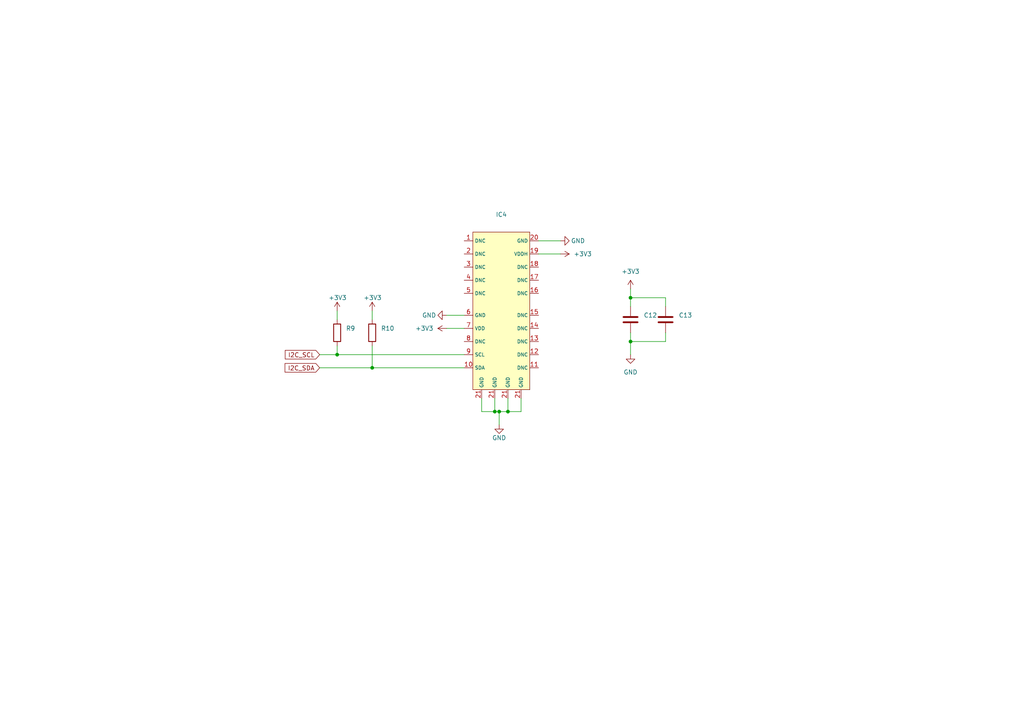
<source format=kicad_sch>
(kicad_sch (version 20211123) (generator eeschema)
  (paper "A4")
  (lib_symbols
    (symbol "Device:C" (pin_numbers hide) (pin_names (offset 0.254))
      (property "Reference" "C" (at 0.635 2.54 0))
      (property "Value" "C" (at 0.635 -2.54 0))
      (symbol "C_0_1"
        (polyline (pts (xy -2.032 -0.762) (xy 2.032 -0.762)) (stroke (width 0.508)))
        (polyline (pts (xy -2.032 0.762) (xy 2.032 0.762)) (stroke (width 0.508)))
      )
      (symbol "C_1_1"
        (pin passive line (at 0 3.81 270) (length 2.794) (name "~") (number "1"))
        (pin passive line (at 0 -3.81 90) (length 2.794) (name "~") (number "2"))
      )
    )
    (symbol "Device:R" (pin_numbers hide) (pin_names (offset 0))
      (property "Reference" "R" (at 2.032 0 90))
      (property "Value" "R" (at 0 0 90))
      (symbol "R_0_1"
        (rectangle (start -1.016 -2.54) (end 1.016 2.54) (stroke (width 0.254)))
      )
      (symbol "R_1_1"
        (pin passive line (at 0 3.81 270) (length 1.27) (name "~") (number "1"))
        (pin passive line (at 0 -3.81 90) (length 1.27) (name "~") (number "2"))
      )
    )
    (symbol "Sensor:SCD4X"
      (property "Reference" "IC?" (at 8.89 58.42 0))
      (property "Value" "SCD4X" (at 8.89 55.88 0))
      (symbol "SCD4X_0_1"
        (rectangle (start 0 54.61) (end 16.51 8.89) (fill (type background)))
      )
      (symbol "SCD4X_1_1"
        (pin bidirectional line (at -2.54 52.07 0) (length 2.54) (name "DNC") (number "1"))
        (pin bidirectional line (at -2.54 15.24 0) (length 2.54) (name "SDA") (number "10"))
        (pin bidirectional line (at 19.05 15.24 180) (length 2.54) (name "DNC") (number "11"))
        (pin bidirectional line (at 19.05 19.05 180) (length 2.54) (name "DNC") (number "12"))
        (pin bidirectional line (at 19.05 22.86 180) (length 2.54) (name "DNC") (number "13"))
        (pin bidirectional line (at 19.05 26.67 180) (length 2.54) (name "DNC") (number "14"))
        (pin bidirectional line (at 19.05 30.48 180) (length 2.54) (name "DNC") (number "15"))
        (pin bidirectional line (at 19.05 36.83 180) (length 2.54) (name "DNC") (number "16"))
        (pin bidirectional line (at 19.05 40.64 180) (length 2.54) (name "DNC") (number "17"))
        (pin bidirectional line (at 19.05 44.45 180) (length 2.54) (name "DNC") (number "18"))
        (pin bidirectional line (at 19.05 48.26 180) (length 2.54) (name "VDDH") (number "19"))
        (pin bidirectional line (at -2.54 48.26 0) (length 2.54) (name "DNC") (number "2"))
        (pin bidirectional line (at 19.05 52.07 180) (length 2.54) (name "GND") (number "20"))
        (pin bidirectional line (at 2.54 6.35 90) (length 2.54) (name "GND") (number "21"))
        (pin bidirectional line (at 6.35 6.35 90) (length 2.54) (name "GND") (number "21"))
        (pin bidirectional line (at 10.16 6.35 90) (length 2.54) (name "GND") (number "21"))
        (pin bidirectional line (at 13.97 6.35 90) (length 2.54) (name "GND") (number "21"))
        (pin bidirectional line (at -2.54 44.45 0) (length 2.54) (name "DNC") (number "3"))
        (pin bidirectional line (at -2.54 40.64 0) (length 2.54) (name "DNC") (number "4"))
        (pin bidirectional line (at -2.54 36.83 0) (length 2.54) (name "DNC") (number "5"))
        (pin bidirectional line (at -2.54 30.48 0) (length 2.54) (name "GND") (number "6"))
        (pin bidirectional line (at -2.54 26.67 0) (length 2.54) (name "VDD") (number "7"))
        (pin bidirectional line (at -2.54 22.86 0) (length 2.54) (name "DNC") (number "8"))
        (pin bidirectional line (at -2.54 19.05 0) (length 2.54) (name "SCL") (number "9"))
      )
    )
    (symbol "power:+3V3" (power) (pin_names (offset 0))
      (property "Value" "+3V3" (at 0 3.556 0))
      (symbol "+3V3_0_1"
        (polyline (pts (xy -0.762 1.27) (xy 0 2.54)))
        (polyline (pts (xy 0 0) (xy 0 2.54)))
        (polyline (pts (xy 0 2.54) (xy 0.762 1.27)))
      )
      (symbol "+3V3_1_1"
        (pin power_in line (at 0 0 90) (length 0) hide (name "+3V3") (number "1"))
      )
    )
    (symbol "power:GND" (power) (pin_names (offset 0))
      (property "Value" "GND" (at 0 -3.81 0))
      (symbol "GND_0_1"
        (polyline (pts (xy 0 0) (xy 0 -1.27) (xy 1.27 -1.27) (xy 0 -2.54) (xy -1.27 -1.27) (xy 0 -1.27)))
      )
      (symbol "GND_1_1"
        (pin power_in line (at 0 0 270) (length 0) hide (name "GND") (number "1"))
      )
    )
  )
  (junction (at 97.79 102.87))
  (junction (at 144.78 119.38))
  (junction (at 182.88 86.36))
  (junction (at 147.32 119.38))
  (junction (at 143.51 119.38))
  (junction (at 182.88 99.06))
  (junction (at 107.95 106.68))
  (wire (pts (xy 182.88 99.06) (xy 182.88 102.87)))
  (wire (pts (xy 129.54 95.25) (xy 134.62 95.25)))
  (wire (pts (xy 144.78 119.38) (xy 144.78 123.19)))
  (wire (pts (xy 193.04 88.9) (xy 193.04 86.36)))
  (wire (pts (xy 156.21 69.85) (xy 162.56 69.85)))
  (wire (pts (xy 139.7 115.57) (xy 139.7 119.38)))
  (wire (pts (xy 182.88 86.36) (xy 182.88 88.9)))
  (wire (pts (xy 156.21 73.66) (xy 162.56 73.66)))
  (wire (pts (xy 143.51 119.38) (xy 144.78 119.38)))
  (wire (pts (xy 182.88 83.82) (xy 182.88 86.36)))
  (wire (pts (xy 97.79 90.17) (xy 97.79 92.71)))
  (wire (pts (xy 107.95 90.17) (xy 107.95 92.71)))
  (wire (pts (xy 182.88 86.36) (xy 193.04 86.36)))
  (wire (pts (xy 147.32 119.38) (xy 151.13 119.38)))
  (wire (pts (xy 151.13 115.57) (xy 151.13 119.38)))
  (wire (pts (xy 147.32 115.57) (xy 147.32 119.38)))
  (wire (pts (xy 97.79 100.33) (xy 97.79 102.87)))
  (wire (pts (xy 139.7 119.38) (xy 143.51 119.38)))
  (wire (pts (xy 144.78 119.38) (xy 147.32 119.38)))
  (wire (pts (xy 92.71 106.68) (xy 107.95 106.68)))
  (wire (pts (xy 107.95 106.68) (xy 134.62 106.68)))
  (wire (pts (xy 143.51 115.57) (xy 143.51 119.38)))
  (wire (pts (xy 97.79 102.87) (xy 134.62 102.87)))
  (wire (pts (xy 182.88 96.52) (xy 182.88 99.06)))
  (wire (pts (xy 129.54 91.44) (xy 134.62 91.44)))
  (wire (pts (xy 92.71 102.87) (xy 97.79 102.87)))
  (wire (pts (xy 193.04 96.52) (xy 193.04 99.06)))
  (wire (pts (xy 182.88 99.06) (xy 193.04 99.06)))
  (wire (pts (xy 107.95 100.33) (xy 107.95 106.68)))
  (global_label "I2C_SDA" (shape input) (at 92.71 106.68 180) (property "Intersheet References" "${INTERSHEET_REFS}" (effects hide)))
  (global_label "I2C_SCL" (shape input) (at 92.71 102.87 180) (property "Intersheet References" "${INTERSHEET_REFS}" (effects hide)))
  (symbol (lib_id "power:+3V3") (at 182.88 83.82 0) (unit 1)
    (property "Reference" "#PWR046" (effects hide))
    (property "Value" "+3V3" (at 182.88 78.74 0))
  )
  (symbol (lib_id "Device:C") (at 182.88 92.71 0) (unit 1)
    (property "Reference" "C12" (at 186.69 91.4399 0) (effects (justify left)))
    (property "Part ID" "08055C105K4T4A" (effects hide))
  )
  (symbol (lib_id "power:+3V3") (at 97.79 90.17 0) (unit 1)
    (property "Reference" "#PWR039" (effects hide))
    (property "Value" "+3V3" (at 95.25 86.36 0) (effects (justify left)))
  )
  (symbol (lib_id "Sensor:SCD4X") (at 137.16 121.92 0) (unit 1)
    (property "Reference" "IC4" (at 145.415 62.23 0))
    (property "Datasheet" "https://pt.mouser.com/datasheet/2/682/Sensirion_CO2_Sensors_SCD4x_Datasheet-2321195.pdf" (effects hide))
    (property "Part ID" " SCD40-D-R2" (effects hide))
  )
  (symbol (lib_id "power:+3V3") (at 129.54 95.25 90) (unit 1)
    (property "Reference" "#PWR042" (effects hide))
    (property "Value" "+3V3" (at 125.73 95.25 90) (effects (justify left)))
  )
  (symbol (lib_id "power:+3V3") (at 162.56 73.66 270) (unit 1)
    (property "Reference" "#PWR045" (effects hide))
    (property "Value" "+3V3" (at 166.37 73.66 90) (effects (justify left)))
  )
  (symbol (lib_id "power:GND") (at 144.78 123.19 0) (unit 1)
    (property "Reference" "#PWR043" (effects hide))
    (property "Value" "GND" (at 144.78 127 0))
  )
  (symbol (lib_id "Device:C") (at 193.04 92.71 0) (unit 1)
    (property "Reference" "C13" (at 196.85 91.4399 0) (effects (justify left)))
    (property "Part ID" "08051C104KAT4A " (effects hide))
  )
  (symbol (lib_id "power:+3V3") (at 107.95 90.17 0) (unit 1)
    (property "Reference" "#PWR040" (effects hide))
    (property "Value" "+3V3" (at 105.41 86.36 0) (effects (justify left)))
  )
  (symbol (lib_id "Device:R") (at 97.79 96.52 0) (unit 1)
    (property "Reference" "R9" (at 100.33 95.2499 0) (effects (justify left)))
    (property "Part ID" "CR0805-FX-5101ELF " (effects hide))
  )
  (symbol (lib_id "power:GND") (at 129.54 91.44 270) (unit 1)
    (property "Reference" "#PWR041" (effects hide))
    (property "Value" "GND" (at 124.46 91.44 90))
  )
  (symbol (lib_id "power:GND") (at 182.88 102.87 0) (unit 1)
    (property "Reference" "#PWR047" (effects hide))
    (property "Value" "GND" (at 182.88 107.95 0))
  )
  (symbol (lib_id "Device:R") (at 107.95 96.52 0) (unit 1)
    (property "Reference" "R10" (at 110.49 95.2499 0) (effects (justify left)))
    (property "Part ID" "CR0805-FX-5101ELF " (effects hide))
  )
  (symbol (lib_id "power:GND") (at 162.56 69.85 90) (unit 1)
    (property "Reference" "#PWR044" (effects hide))
    (property "Value" "GND" (at 167.64 69.85 90))
  )
)
</source>
